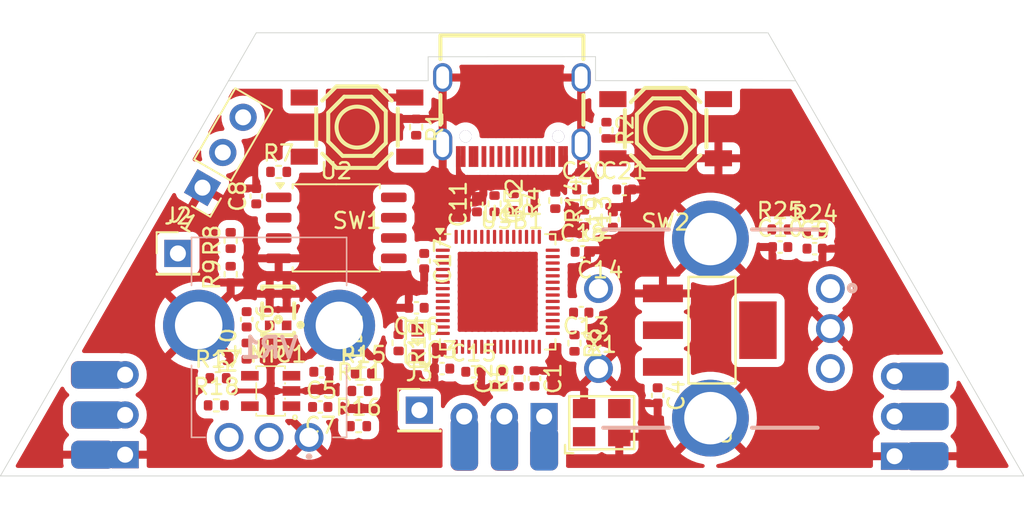
<source format=kicad_pcb>
(kicad_pcb (version 20240108) (generator "pcbnew") (generator_version "8.0")
  (layers (0 "F.Cu" signal) (31 "B.Cu" signal) (34 "B.Paste" user) (35 "F.Paste" user) (36 "B.SilkS" user "B.Silkscreen") (37 "F.SilkS" user "F.Silkscreen") (38 "B.Mask" user) (39 "F.Mask" user) (44 "Edge.Cuts" user))
  (net 0 "")
  (net 1 "BOARD_ID_0")
  (net 2 "Net-(X1-OSC2)")
  (net 6 "XIN")
  (net 7 "3V3")
  (net 8 "+5V")
  (net 9 "Net-(U5-VIN+)")
  (net 11 "MIC_RAW_OUT")
  (net 12 "Net-(C6-Pad2)")
  (net 13 "Net-(U5-VIN-)")
  (net 14 "MIC_ADC")
  (net 15 "/A")
  (net 16 "/B")
  (net 17 "Net-(U1-VREG_VOUT)")
  (net 18 "SWCLK")
  (net 19 "SWDIO")
  (net 21 "LED_OUT_1")
  (net 22 "LED_OUT_2")
  (net 23 "LED_OUT_3")
  (net 24 "Net-(LED1-K)")
  (net 29 "Net-(USB1-CC2)")
  (net 30 "Net-(USB1-CC1)")
  (net 31 "Net-(U1-USB_DP)")
  (net 35 "USB_DP")
  (net 36 "USB_DM")
  (net 37 "Net-(U1-USB_DM)")
  (net 38 "XOUT")
  (net 39 "QSPI_SS")
  (net 40 "Net-(SW1-B)")
  (net 41 "Net-(R15-Pad1)")
  (net 42 "Net-(R17-Pad1)")
  (net 43 "ENC_A")
  (net 44 "ENC_B")
  (net 45 "BUTTON")
  (net 47 "QSPI_SD3")
  (net 48 "QSPI_SP0")
  (net 49 "QSPI_SD2")
  (net 50 "POT_ADC")
  (net 51 "QSPI_CLK")
  (net 52 "ENC_SW")
  (net 53 "QSPI_SP1")
  (net 56 "STATUS_LED")
  (net 59 "ADC_VREF")
  (net 60 "Net-(SW2-D)")
  (footprint "easyeda2kicad:SW-SMD_4P-L5.1-W5.1-P3.70-LS6.5-TL-2" (layer "F.Cu") (at 224.6 97.5 180)
    (property "Reference" "SW2" (at 0 -5.85 0) (layer "F.SilkS"))
    (property "Value" "TS-1187A-B-A-B")
    (pad "1" smd rect (at -3.3 -1.85 180) (size 1.7 1) (layers "F.Cu" "F.Paste" "F.Mask") (net 1 "BOARD_ID_0"))
    (pad "2" smd rect (at 3.3 -1.85 180) (size 1.7 1) (layers "F.Cu" "F.Paste" "F.Mask") (net 1 "BOARD_ID_0"))
    (pad "3" smd rect (at -3.3 1.85 180) (size 1.7 1) (layers "F.Cu" "F.Paste" "F.Mask"))
    (pad "4" smd rect (at 3.3 1.85 180) (size 1.7 1) (layers "F.Cu" "F.Paste" "F.Mask") (net 60 "Net-(SW2-D)"))
  )
  (footprint "Resistor_SMD:R_0402_1005Metric" (layer "F.Cu") (at 196.5 114.8)
    (property "Reference" "R18" (at 0 -1.17 0) (layer "F.SilkS"))
    (property "Value" "0")
    (pad "1" smd roundrect (at -0.51 0) (size 0.54 0.64) (layers "F.Cu" "F.Paste" "F.Mask") (net 13 "Net-(U5-VIN-)"))
    (pad "2" smd roundrect (at 0.51 0) (size 0.54 0.64) (layers "F.Cu" "F.Paste" "F.Mask") (net 42 "Net-(R17-Pad1)"))
  )
  (footprint "Resistor_SMD:R_0402_1005Metric" (layer "F.Cu") (at 205.4 116.1)
    (property "Reference" "R16" (at 0 -1.17 0) (layer "F.SilkS"))
    (property "Value" "0")
    (pad "1" smd roundrect (at -0.51 0) (size 0.54 0.64) (layers "F.Cu" "F.Paste" "F.Mask") (net 14 "MIC_ADC"))
    (pad "2" smd roundrect (at 0.51 0) (size 0.54 0.64) (layers "F.Cu" "F.Paste" "F.Mask") (net 41 "Net-(R15-Pad1)"))
  )
  (footprint "Resistor_SMD:R_0402_1005Metric" (layer "F.Cu") (at 200.4 100.2)
    (property "Reference" "R7" (at 0 -1.17 0) (layer "F.SilkS"))
    (property "Value" "1K")
    (pad "1" smd roundrect (at -0.51 0) (size 0.54 0.64) (layers "F.Cu" "F.Paste" "F.Mask") (net 39 "QSPI_SS"))
    (pad "2" smd roundrect (at 0.51 0) (size 0.54 0.64) (layers "F.Cu" "F.Paste" "F.Mask") (net 40 "Net-(SW1-B)"))
  )
  (footprint "Resistor_SMD:R_0402_1005Metric" (layer "F.Cu") (at 205.49 113.9)
    (property "Reference" "R11" (at 0 -1.17 0) (layer "F.SilkS"))
    (property "Value" "200k")
    (pad "1" smd roundrect (at -0.51 0) (size 0.54 0.64) (layers "F.Cu" "F.Paste" "F.Mask") (net 14 "MIC_ADC"))
    (pad "2" smd roundrect (at 0.51 0) (size 0.54 0.64) (layers "F.Cu" "F.Paste" "F.Mask") (net 13 "Net-(U5-VIN-)"))
  )
  (footprint "Package_SO:SOIC-8_5.23x5.23mm_P1.27mm" (layer "F.Cu") (at 204 103.7)
    (property "Reference" "U2" (at 0 -3.56 0) (layer "F.SilkS"))
    (property "Value" "W25Q32JVSS")
    (pad "1" smd roundrect (at -3.6 -1.905) (size 1.6 0.6) (layers "F.Cu" "F.Paste" "F.Mask") (net 39 "QSPI_SS"))
    (pad "2" smd roundrect (at -3.6 -0.635) (size 1.6 0.6) (layers "F.Cu" "F.Paste" "F.Mask") (net 53 "QSPI_SP1"))
    (pad "3" smd roundrect (at -3.6 0.635) (size 1.6 0.6) (layers "F.Cu" "F.Paste" "F.Mask") (net 49 "QSPI_SD2"))
    (pad "4" smd roundrect (at -3.6 1.905) (size 1.6 0.6) (layers "F.Cu" "F.Paste" "F.Mask") (net 1 "BOARD_ID_0"))
    (pad "5" smd roundrect (at 3.6 1.905) (size 1.6 0.6) (layers "F.Cu" "F.Paste" "F.Mask") (net 48 "QSPI_SP0"))
    (pad "6" smd roundrect (at 3.6 0.635) (size 1.6 0.6) (layers "F.Cu" "F.Paste" "F.Mask") (net 51 "QSPI_CLK"))
    (pad "7" smd roundrect (at 3.6 -0.635) (size 1.6 0.6) (layers "F.Cu" "F.Paste" "F.Mask") (net 47 "QSPI_SD3"))
    (pad "8" smd roundrect (at 3.6 -1.905) (size 1.6 0.6) (layers "F.Cu" "F.Paste" "F.Mask") (net 7 "3V3"))
  )
  (footprint "Capacitor_SMD:C_0402_1005Metric" (layer "F.Cu") (at 216.3 102.02 90)
    (property "Reference" "C12" (at 0 -1.16 90) (layer "F.SilkS"))
    (property "Value" "1uF")
    (pad "1" smd roundrect (at -0.48 0 90) (size 0.56 0.62) (layers "F.Cu" "F.Paste" "F.Mask") (net 7 "3V3"))
    (pad "2" smd roundrect (at 0.48 0 90) (size 0.56 0.62) (layers "F.Cu" "F.Paste" "F.Mask") (net 1 "BOARD_ID_0"))
  )
  (footprint "Resistor_SMD:R_0402_1005Metric" (layer "F.Cu") (at 219.5 103.11 -90)
    (property "Reference" "R13" (at 0 -1.17 90) (layer "F.SilkS"))
    (property "Value" "220")
    (pad "1" smd roundrect (at -0.51 0 270) (size 0.54 0.64) (layers "F.Cu" "F.Paste" "F.Mask") (net 7 "3V3"))
    (pad "2" smd roundrect (at 0.51 0 270) (size 0.54 0.64) (layers "F.Cu" "F.Paste" "F.Mask") (net 59 "ADC_VREF"))
  )
  (footprint "Capacitor_SMD:C_0402_1005Metric" (layer "F.Cu") (at 221.3 103.18 90)
    (property "Reference" "C19" (at 0 -1.16 90) (layer "F.SilkS"))
    (property "Value" "2.2uF")
    (pad "1" smd roundrect (at -0.48 0 90) (size 0.56 0.62) (layers "F.Cu" "F.Paste" "F.Mask") (net 59 "ADC_VREF"))
    (pad "2" smd roundrect (at 0.48 0 90) (size 0.56 0.62) (layers "F.Cu" "F.Paste" "F.Mask") (net 1 "BOARD_ID_0"))
  )
  (footprint "Resistor_SMD:R_0402_1005Metric" (layer "F.Cu") (at 197.4 106.61 90)
    (property "Reference" "R9" (at 0 -1.17 90) (layer "F.SilkS"))
    (property "Value" "10K")
    (pad "1" smd roundrect (at -0.51 0 90) (size 0.54 0.64) (layers "F.Cu" "F.Paste" "F.Mask") (net 1 "BOARD_ID_0"))
    (pad "2" smd roundrect (at 0.51 0 90) (size 0.54 0.64) (layers "F.Cu" "F.Paste" "F.Mask") (net 9 "Net-(U5-VIN+)"))
  )
  (footprint "easyeda2kicad:MIC-SMD_4P-L2.8-W1.9-P1.84-TL" (layer "F.Cu") (at 200.37 108.81 180)
    (property "Reference" "MIC1" (at 0 -2.8 0) (layer "F.SilkS"))
    (property "Value" "ZTS6216")
    (pad "1" smd rect (at -0.53 -0.99 180) (size 0.6 0.6) (layers "F.Cu" "F.Paste" "F.Mask") (net 11 "MIC_RAW_OUT"))
    (pad "2" smd rect (at -0.53 0.99 180) (size 0.6 0.6) (layers "F.Cu" "F.Paste" "F.Mask") (net 1 "BOARD_ID_0"))
    (pad "3" smd rect (at 0.53 0.99 180) (size 0.6 0.6) (layers "F.Cu" "F.Paste" "F.Mask") (net 1 "BOARD_ID_0"))
    (pad "4" smd rect (at 0.53 -0.99 180) (size 0.6 0.6) (layers "F.Cu" "F.Paste" "F.Mask") (net 7 "3V3"))
  )
  (footprint "Capacitor_SMD:C_0402_1005Metric" (layer "F.Cu") (at 199 101.72 90)
    (property "Reference" "C8" (at 0 -1.16 90) (layer "F.SilkS"))
    (property "Value" "10uF")
    (pad "1" smd roundrect (at -0.48 0 90) (size 0.56 0.62) (layers "F.Cu" "F.Paste" "F.Mask") (net 7 "3V3"))
    (pad "2" smd roundrect (at 0.48 0 90) (size 0.56 0.62) (layers "F.Cu" "F.Paste" "F.Mask") (net 1 "BOARD_ID_0"))
  )
  (footprint "easyeda2kicad:LED0603-RD" (layer "F.Cu") (at 209.1 110.9 90)
    (property "Reference" "LED1" (at 0 -4 90) (layer "F.SilkS"))
    (property "Value" "KT-0603R")
    (pad "1" smd rect (at -0.8 0 180) (size 0.8 0.8) (layers "F.Cu" "F.Paste" "F.Mask") (net 24 "Net-(LED1-K)"))
    (pad "2" smd rect (at 0.8 0 180) (size 0.8 0.8) (layers "F.Cu" "F.Paste" "F.Mask") (net 56 "STATUS_LED"))
  )
  (footprint "Resistor_SMD:R_0402_1005Metric" (layer "F.Cu") (at 217.7 101.99 -90)
    (property "Reference" "R14" (at 0 -1.17 90) (layer "F.SilkS"))
    (property "Value" "0")
    (pad "1" smd roundrect (at -0.51 0 270) (size 0.54 0.64) (layers "F.Cu" "F.Paste" "F.Mask") (net 7 "3V3"))
    (pad "2" smd roundrect (at 0.51 0 270) (size 0.54 0.64) (layers "F.Cu" "F.Paste" "F.Mask") (net 59 "ADC_VREF"))
  )
  (footprint "Capacitor_SMD:C_0402_1005Metric" (layer "F.Cu") (at 219.42 105.2)
    (property "Reference" "C18" (at 0 -1.16 0) (layer "F.SilkS"))
    (property "Value" "100nF")
    (pad "1" smd roundrect (at -0.48 0) (size 0.56 0.62) (layers "F.Cu" "F.Paste" "F.Mask") (net 7 "3V3"))
    (pad "2" smd roundrect (at 0.48 0) (size 0.56 0.62) (layers "F.Cu" "F.Paste" "F.Mask") (net 1 "BOARD_ID_0"))
  )
  (footprint "Capacitor_SMD:C_0402_1005Metric" (layer "F.Cu") (at 203 114.9 180)
    (property "Reference" "C7" (at 0 -1.16 0) (layer "F.SilkS"))
    (property "Value" "33pF")
    (pad "1" smd roundrect (at -0.48 0 180) (size 0.56 0.62) (layers "F.Cu" "F.Paste" "F.Mask") (net 13 "Net-(U5-VIN-)"))
    (pad "2" smd roundrect (at 0.48 0 180) (size 0.56 0.62) (layers "F.Cu" "F.Paste" "F.Mask") (net 14 "MIC_ADC"))
  )
  (footprint "Capacitor_SMD:C_0402_1005Metric" (layer "F.Cu") (at 210.62 112.5)
    (property "Reference" "C3" (at 0 -1.16 0) (layer "F.SilkS"))
    (property "Value" "10uF")
    (pad "1" smd roundrect (at -0.48 0) (size 0.56 0.62) (layers "F.Cu" "F.Paste" "F.Mask") (net 1 "BOARD_ID_0"))
    (pad "2" smd roundrect (at 0.48 0) (size 0.56 0.62) (layers "F.Cu" "F.Paste" "F.Mask") (net 7 "3V3"))
  )
  (footprint "Capacitor_SMD:C_0402_1005Metric" (layer "F.Cu") (at 198.4 109.42 -90)
    (property "Reference" "C6" (at 0 -1.16 90) (layer "F.SilkS"))
    (property "Value" "2.2uF")
    (pad "1" smd roundrect (at -0.48 0 270) (size 0.56 0.62) (layers "F.Cu" "F.Paste" "F.Mask") (net 11 "MIC_RAW_OUT"))
    (pad "2" smd roundrect (at 0.48 0 270) (size 0.56 0.62) (layers "F.Cu" "F.Paste" "F.Mask") (net 12 "Net-(C6-Pad2)"))
  )
  (footprint "Resistor_SMD:R_0402_1005Metric" (layer "F.Cu") (at 213.9 102.19 -90)
    (property "Reference" "R3" (at 0 -1.17 90) (layer "F.SilkS"))
    (property "Value" "22")
    (pad "1" smd roundrect (at -0.51 0 270) (size 0.54 0.64) (layers "F.Cu" "F.Paste" "F.Mask") (net 35 "USB_DP"))
    (pad "2" smd roundrect (at 0.51 0 270) (size 0.54 0.64) (layers "F.Cu" "F.Paste" "F.Mask") (net 31 "Net-(U1-USB_DP)"))
  )
  (footprint "Capacitor_SMD:C_0402_1005Metric" (layer "F.Cu") (at 203.08 112.7 180)
    (property "Reference" "C5" (at 0 -1.16 0) (layer "F.SilkS"))
    (property "Value" "1uF")
    (pad "1" smd roundrect (at -0.48 0 180) (size 0.56 0.62) (layers "F.Cu" "F.Paste" "F.Mask") (net 1 "BOARD_ID_0"))
    (pad "2" smd roundrect (at 0.48 0 180) (size 0.56 0.62) (layers "F.Cu" "F.Paste" "F.Mask") (net 9 "Net-(U5-VIN+)"))
  )
  (footprint "easyeda2kicad:OSC-SMD_4P-L3.2-W2.5-BL" (layer "F.Cu") (at 220.6 115.88)
    (property "Reference" "X1" (at 0 -4.88 0) (layer "F.SilkS"))
    (property "Value" "X322512MSB4SI")
    (pad "1" smd rect (at -1.1 0.88) (size 1.4 1.2) (layers "F.Cu" "F.Paste" "F.Mask") (net 6 "XIN"))
    (pad "2" smd rect (at 1.1 0.88) (size 1.4 1.2) (layers "F.Cu" "F.Paste" "F.Mask") (net 1 "BOARD_ID_0"))
    (pad "3" smd rect (at 1.1 -0.88) (size 1.4 1.2) (layers "F.Cu" "F.Paste" "F.Mask") (net 2 "Net-(X1-OSC2)"))
    (pad "4" smd rect (at -1.1 -0.88) (size 1.4 1.2) (layers "F.Cu" "F.Paste" "F.Mask") (net 1 "BOARD_ID_0"))
  )
  (footprint "easyeda2kicad:SOT-23-5_L3.0-W1.7-P0.95-LS2.8-BR" (layer "F.Cu") (at 199.9 113.9)
    (property "Reference" "U5" (at 0 -2.6 0) (layer "F.SilkS"))
    (property "Value" "MCP6001T-I/OT")
    (pad "1" smd rect (at 1.3 0.95) (size 1.1 0.6) (layers "F.Cu" "F.Paste" "F.Mask") (net 14 "MIC_ADC"))
    (pad "2" smd rect (at 1.3 0) (size 1.1 0.6) (layers "F.Cu" "F.Paste" "F.Mask") (net 1 "BOARD_ID_0"))
    (pad "3" smd rect (at 1.3 -0.95) (size 1.1 0.6) (layers "F.Cu" "F.Paste" "F.Mask") (net 9 "Net-(U5-VIN+)"))
    (pad "4" smd rect (at -1.3 -0.95) (size 1.1 0.6) (layers "F.Cu" "F.Paste" "F.Mask") (net 13 "Net-(U5-VIN-)"))
    (pad "5" smd rect (at -1.3 0.95) (size 1.1 0.6) (layers "F.Cu" "F.Paste" "F.Mask") (net 7 "3V3"))
  )
  (footprint "Resistor_SMD:R_0402_1005Metric" (layer "F.Cu") (at 207.9 110.89 -90)
    (property "Reference" "R12" (at 0 -1.17 90) (layer "F.SilkS"))
    (property "Value" "220")
    (pad "1" smd roundrect (at -0.51 0 270) (size 0.54 0.64) (layers "F.Cu" "F.Paste" "F.Mask") (net 1 "BOARD_ID_0"))
    (pad "2" smd roundrect (at 0.51 0 270) (size 0.54 0.64) (layers "F.Cu" "F.Paste" "F.Mask") (net 24 "Net-(LED1-K)"))
  )
  (footprint "Capacitor_SMD:C_0402_1005Metric" (layer "F.Cu") (at 212.58 112.7)
    (property "Reference" "C15" (at 0 -1.16 0) (layer "F.SilkS"))
    (property "Value" "100nF")
    (pad "1" smd roundrect (at -0.48 0) (size 0.56 0.62) (layers "F.Cu" "F.Paste" "F.Mask") (net 7 "3V3"))
    (pad "2" smd roundrect (at 0.48 0) (size 0.56 0.62) (layers "F.Cu" "F.Paste" "F.Mask") (net 1 "BOARD_ID_0"))
  )
  (footprint "Resistor_SMD:R_0402_1005Metric" (layer "F.Cu") (at 215.4 113.11 90)
    (property "Reference" "R5" (at 0 -1.17 90) (layer "F.SilkS"))
    (property "Value" "1K")
    (pad "1" smd roundrect (at -0.51 0 90) (size 0.54 0.64) (layers "F.Cu" "F.Paste" "F.Mask") (net 2 "Net-(X1-OSC2)"))
    (pad "2" smd roundrect (at 0.51 0 90) (size 0.54 0.64) (layers "F.Cu" "F.Paste" "F.Mask") (net 38 "XOUT"))
  )
  (footprint "Capacitor_SMD:C_0402_1005Metric" (layer "F.Cu") (at 233.92 105)
    (property "Reference" "C9" (at 0 -1.16 0) (layer "F.SilkS"))
    (property "Value" "0.1uF")
    (pad "1" smd roundrect (at -0.48 0) (size 0.56 0.62) (layers "F.Cu" "F.Paste" "F.Mask") (net 15 "/A"))
    (pad "2" smd roundrect (at 0.48 0) (size 0.56 0.62) (layers "F.Cu" "F.Paste" "F.Mask") (net 1 "BOARD_ID_0"))
  )
  (footprint "mouser:ledstrip_3pin_withpins" (layer "F.Cu") (at 242.4125 115.48 180)
    (property "Reference" "LEDS3" (hide yes))
    (property "Value" "ledstrip_3pin_10mm" (hide yes))
    (pad "1" connect roundrect (at 1.5 -2.5 180) (size 2.75 1.75) (layers "F.Cu" "F.Mask") (net 1 "BOARD_ID_0"))
    (pad "1" connect roundrect (at 1.5 -2.5 180) (size 2.75 1.75) (layers "B.Cu" "B.Mask") (net 1 "BOARD_ID_0"))
    (pad "1" thru_hole rect (at 3.5 -2.5) (size 1.7 1.7) (drill 1) (layers "*.Cu" "*.Mask") (net 1 "BOARD_ID_0"))
    (pad "2" connect roundrect (at 1.796351 -0.01951 180) (size 3.375 1.71) (layers "B.Cu" "B.Mask") (net 23 "LED_OUT_3"))
    (pad "2" connect roundrect (at 1.8125 -0.02 180) (size 3.375 1.71) (layers "F.Cu" "F.Mask") (net 23 "LED_OUT_3"))
    (pad "2" thru_hole oval (at 3.5 -0.015) (size 1.7 1.7) (drill 1) (layers "*.Cu" "*.Mask") (net 23 "LED_OUT_3"))
    (pad "3" connect roundrect (at 1.796351 2.491457 180) (size 3.375 1.725) (layers "B.Cu" "B.Mask") (net 8 "+5V"))
    (pad "3" connect roundrect (at 1.8125 2.4875 180) (size 3.375 1.725) (layers "F.Cu" "F.Mask") (net 8 "+5V"))
    (pad "3" thru_hole oval (at 3.5 2.5) (size 1.7 1.7) (drill 1) (layers "*.Cu" "*.Mask") (net 8 "+5V"))
  )
  (footprint "Resistor_SMD:R_0402_1005Metric" (layer "F.Cu") (at 209 97.4 -90)
    (property "Reference" "R1" (at 0 -1.17 90) (layer "F.SilkS"))
    (property "Value" "5.1K")
    (pad "1" smd roundrect (at -0.51 0 270) (size 0.54 0.64) (layers "F.Cu" "F.Paste" "F.Mask") (net 1 "BOARD_ID_0"))
    (pad "2" smd roundrect (at 0.51 0 270) (size 0.54 0.64) (layers "F.Cu" "F.Paste" "F.Mask") (net 29 "Net-(USB1-CC2)"))
  )
  (footprint "Capacitor_SMD:C_0402_1005Metric" (layer "F.Cu") (at 216.4 113.12 -90)
    (property "Reference" "C1" (at 0 -1.16 90) (layer "F.SilkS"))
    (property "Value" "15pF")
    (pad "1" smd roundrect (at -0.48 0 270) (size 0.56 0.62) (layers "F.Cu" "F.Paste" "F.Mask") (net 1 "BOARD_ID_0"))
    (pad "2" smd roundrect (at 0.48 0 270) (size 0.56 0.62) (layers "F.Cu" "F.Paste" "F.Mask") (net 2 "Net-(X1-OSC2)"))
  )
  (footprint "Resistor_SMD:R_0402_1005Metric" (layer "F.Cu") (at 198.4 111.41 90)
    (property "Reference" "R10" (at 0 -1.17 90) (layer "F.SilkS"))
    (property "Value" "3.3k")
    (pad "1" smd roundrect (at -0.51 0 90) (size 0.54 0.64) (layers "F.Cu" "F.Paste" "F.Mask") (net 13 "Net-(U5-VIN-)"))
    (pad "2" smd roundrect (at 0.51 0 90) (size 0.54 0.64) (layers "F.Cu" "F.Paste" "F.Mask") (net 12 "Net-(C6-Pad2)"))
  )
  (footprint "Resistor_SMD:R_0402_1005Metric" (layer "F.Cu") (at 205.69 112.8)
    (property "Reference" "R15" (at 0 -1.17 0) (layer "F.SilkS"))
    (property "Value" "100k")
    (pad "1" smd roundrect (at -0.51 0) (size 0.54 0.64) (layers "F.Cu" "F.Paste" "F.Mask") (net 41 "Net-(R15-Pad1)"))
    (pad "2" smd roundrect (at 0.51 0) (size 0.54 0.64) (layers "F.Cu" "F.Paste" "F.Mask") (net 13 "Net-(U5-VIN-)"))
  )
  (footprint "Package_DFN_QFN:QFN-56-1EP_7x7mm_P0.4mm_EP3.2x3.2mm" (layer "F.Cu") (at 214.1 107.7)
    (property "Reference" "U1" (at 0 -4.83 0) (layer "F.SilkS"))
    (property "Value" "RP2040")
    (pad "1" smd roundrect (at -3.4375 -2.6) (size 0.875 0.2) (layers "F.Cu" "F.Paste" "F.Mask") (net 7 "3V3"))
    (pad "2" smd roundrect (at -3.4375 -2.2) (size 0.875 0.2) (layers "F.Cu" "F.Paste" "F.Mask") (net 1 "BOARD_ID_0"))
    (pad "3" smd roundrect (at -3.4375 -1.8) (size 0.875 0.2) (layers "F.Cu" "F.Paste" "F.Mask") (net 1 "BOARD_ID_0"))
    (pad "4" smd roundrect (at -3.4375 -1.4) (size 0.875 0.2) (layers "F.Cu" "F.Paste" "F.Mask") (net 1 "BOARD_ID_0"))
    (pad "5" smd roundrect (at -3.4375 -1) (size 0.875 0.2) (layers "F.Cu" "F.Paste" "F.Mask") (net 1 "BOARD_ID_0"))
    (pad "6" smd roundrect (at -3.4375 -0.6) (size 0.875 0.2) (layers "F.Cu" "F.Paste" "F.Mask") (net 1 "BOARD_ID_0"))
    (pad "7" smd roundrect (at -3.4375 -0.2) (size 0.875 0.2) (layers "F.Cu" "F.Paste" "F.Mask"))
    (pad "8" smd roundrect (at -3.4375 0.2) (size 0.875 0.2) (layers "F.Cu" "F.Paste" "F.Mask"))
    (pad "9" smd roundrect (at -3.4375 0.6) (size 0.875 0.2) (layers "F.Cu" "F.Paste" "F.Mask"))
    (pad "10" smd roundrect (at -3.4375 1) (size 0.875 0.2) (layers "F.Cu" "F.Paste" "F.Mask") (net 7 "3V3"))
    (pad "11" smd roundrect (at -3.4375 1.4) (size 0.875 0.2) (layers "F.Cu" "F.Paste" "F.Mask"))
    (pad "12" smd roundrect (at -3.4375 1.8) (size 0.875 0.2) (layers "F.Cu" "F.Paste" "F.Mask"))
    (pad "13" smd roundrect (at -3.4375 2.2) (size 0.875 0.2) (layers "F.Cu" "F.Paste" "F.Mask") (net 56 "STATUS_LED"))
    (pad "14" smd roundrect (at -3.4375 2.6) (size 0.875 0.2) (layers "F.Cu" "F.Paste" "F.Mask"))
    (pad "15" smd roundrect (at -2.6 3.4375) (size 0.2 0.875) (layers "F.Cu" "F.Paste" "F.Mask"))
    (pad "16" smd roundrect (at -2.2 3.4375) (size 0.2 0.875) (layers "F.Cu" "F.Paste" "F.Mask"))
    (pad "17" smd roundrect (at -1.8 3.4375) (size 0.2 0.875) (layers "F.Cu" "F.Paste" "F.Mask") (net 21 "LED_OUT_1"))
    (pad "18" smd roundrect (at -1.4 3.4375) (size 0.2 0.875) (layers "F.Cu" "F.Paste" "F.Mask") (net 22 "LED_OUT_2"))
    (pad "19" smd roundrect (at -1 3.4375) (size 0.2 0.875) (layers "F.Cu" "F.Paste" "F.Mask") (net 1 "BOARD_ID_0"))
    (pad "20" smd roundrect (at -0.6 3.4375) (size 0.2 0.875) (layers "F.Cu" "F.Paste" "F.Mask") (net 6 "XIN"))
    (pad "21" smd roundrect (at -0.2 3.4375) (size 0.2 0.875) (layers "F.Cu" "F.Paste" "F.Mask") (net 38 "XOUT"))
    (pad "22" smd roundrect (at 0.2 3.4375) (size 0.2 0.875) (layers "F.Cu" "F.Paste" "F.Mask") (net 7 "3V3"))
    (pad "23" smd roundrect (at 0.6 3.4375) (size 0.2 0.875) (layers "F.Cu" "F.Paste" "F.Mask") (net 17 "Net-(U1-VREG_VOUT)"))
    (pad "24" smd roundrect (at 1 3.4375) (size 0.2 0.875) (layers "F.Cu" "F.Paste" "F.Mask") (net 18 "SWCLK"))
    (pad "25" smd roundrect (at 1.4 3.4375) (size 0.2 0.875) (layers "F.Cu" "F.Paste" "F.Mask") (net 19 "SWDIO"))
    (pad "26" smd roundrect (at 1.8 3.4375) (size 0.2 0.875) (layers "F.Cu" "F.Paste" "F.Mask") (net 60 "Net-(SW2-D)"))
    (pad "27" smd roundrect (at 2.2 3.4375) (size 0.2 0.875) (layers "F.Cu" "F.Paste" "F.Mask") (net 23 "LED_OUT_3"))
    (pad "28" smd roundrect (at 2.6 3.4375) (size 0.2 0.875) (layers "F.Cu" "F.Paste" "F.Mask"))
    (pad "29" smd roundrect (at 3.4375 2.6) (size 0.875 0.2) (layers "F.Cu" "F.Paste" "F.Mask"))
    (pad "30" smd roundrect (at 3.4375 2.2) (size 0.875 0.2) (layers "F.Cu" "F.Paste" "F.Mask"))
    (pad "31" smd roundrect (at 3.4375 1.8) (size 0.875 0.2) (layers "F.Cu" "F.Paste" "F.Mask"))
    (pad "32" smd roundrect (at 3.4375 1.4) (size 0.875 0.2) (layers "F.Cu" "F.Paste" "F.Mask"))
    (pad "33" smd roundrect (at 3.4375 1) (size 0.875 0.2) (layers "F.Cu" "F.Paste" "F.Mask") (net 7 "3V3"))
    (pad "34" smd roundrect (at 3.4375 0.6) (size 0.875 0.2) (layers "F.Cu" "F.Paste" "F.Mask") (net 45 "BUTTON"))
    (pad "35" smd roundrect (at 3.4375 0.2) (size 0.875 0.2) (layers "F.Cu" "F.Paste" "F.Mask") (net 43 "ENC_A"))
    (pad "36" smd roundrect (at 3.4375 -0.2) (size 0.875 0.2) (layers "F.Cu" "F.Paste" "F.Mask") (net 44 "ENC_B"))
    (pad "37" smd roundrect (at 3.4375 -0.6) (size 0.875 0.2) (layers "F.Cu" "F.Paste" "F.Mask") (net 52 "ENC_SW"))
    (pad "38" smd roundrect (at 3.4375 -1) (size 0.875 0.2) (layers "F.Cu" "F.Paste" "F.Mask") (net 14 "MIC_ADC"))
    (pad "39" smd roundrect (at 3.4375 -1.4) (size 0.875 0.2) (layers "F.Cu" "F.Paste" "F.Mask") (net 50 "POT_ADC"))
    (pad "40" smd roundrect (at 3.4375 -1.8) (size 0.875 0.2) (layers "F.Cu" "F.Paste" "F.Mask"))
    (pad "41" smd roundrect (at 3.4375 -2.2) (size 0.875 0.2) (layers "F.Cu" "F.Paste" "F.Mask"))
    (pad "42" smd roundrect (at 3.4375 -2.6) (size 0.875 0.2) (layers "F.Cu" "F.Paste" "F.Mask") (net 7 "3V3"))
    (pad "43" smd roundrect (at 2.6 -3.4375) (size 0.2 0.875) (layers "F.Cu" "F.Paste" "F.Mask") (net 59 "ADC_VREF"))
    (pad "44" smd roundrect (at 2.2 -3.4375) (size 0.2 0.875) (layers "F.Cu" "F.Paste" "F.Mask") (net 7 "3V3"))
    (pad "45" smd roundrect (at 1.8 -3.4375) (size 0.2 0.875) (layers "F.Cu" "F.Paste" "F.Mask") (net 17 "Net-(U1-VREG_VOUT)"))
    (pad "46" smd roundrect (at 1.4 -3.4375) (size 0.2 0.875) (layers "F.Cu" "F.Paste" "F.Mask") (net 37 "Net-(U1-USB_DM)"))
    (pad "47" smd roundrect (at 1 -3.4375) (size 0.2 0.875) (layers "F.Cu" "F.Paste" "F.Mask") (net 31 "Net-(U1-USB_DP)"))
    (pad "48" smd roundrect (at 0.6 -3.4375) (size 0.2 0.875) (layers "F.Cu" "F.Paste" "F.Mask") (net 7 "3V3"))
    (pad "49" smd roundrect (at 0.2 -3.4375) (size 0.2 0.875) (layers "F.Cu" "F.Paste" "F.Mask") (net 7 "3V3"))
    (pad "50" smd roundrect (at -0.2 -3.4375) (size 0.2 0.875) (layers "F.Cu" "F.Paste" "F.Mask") (net 17 "Net-(U1-VREG_VOUT)"))
    (pad "51" smd roundrect (at -0.6 -3.4375) (size 0.2 0.875) (layers "F.Cu" "F.Paste" "F.Mask") (net 47 "QSPI_SD3"))
    (pad "52" smd roundrect (at -1 -3.4375) (size 0.2 0.875) (layers "F.Cu" "F.Paste" "F.Mask") (net 51 "QSPI_CLK"))
    (pad "53" smd roundrect (at -1.4 -3.4375) (size 0.2 0.875) (layers "F.Cu" "F.Paste" "F.Mask") (net 48 "QSPI_SP0"))
    (pad "54" smd roundrect (at -1.8 -3.4375) (size 0.2 0.875) (layers "F.Cu" "F.Paste" "F.Mask") (net 49 "QSPI_SD2"))
    (pad "55" smd roundrect (at -2.2 -3.4375) (size 0.2 0.875) (layers "F.Cu" "F.Paste" "F.Mask") (net 53 "QSPI_SP1"))
    (pad "56" smd roundrect (at -2.6 -3.4375) (size 0.2 0.875) (layers "F.Cu" "F.Paste" "F.Mask") (net 39 "QSPI_SS"))
    (pad "57" smd rect (at 0 0) (size 3.2 3.2) (property pad_prop_heatsink) (layers "F.Cu" "F.Mask") (net 1 "BOARD_ID_0"))
  )
  (footprint "Connector_PinHeader_2.54mm:PinHeader_1x01_P2.54mm_Vertical" (layer "F.Cu") (at 209.2 115.1)
    (property "Reference" "J3" (at 0 -2.33 0) (layer "F.SilkS"))
    (property "Value" "Conn_01x01_Pin")
    (pad "1" thru_hole rect (at 0 0) (size 1.7 1.7) (drill 1) (layers "*.Cu" "*.Mask") (net 14 "MIC_ADC"))
  )
  (footprint "Resistor_SMD:R_0402_1005Metric" (layer "F.Cu") (at 218.9 110.91 -90)
    (property "Reference" "R6" (at 0 -1.17 90) (layer "F.SilkS"))
    (property "Value" "10K")
    (pad "1" smd roundrect (at -0.51 0 270) (size 0.54 0.64) (layers "F.Cu" "F.Paste" "F.Mask") (net 7 "3V3"))
    (pad "2" smd roundrect (at 0.51 0 270) (size 0.54 0.64) (layers "F.Cu" "F.Paste" "F.Mask") (net 60 "Net-(SW2-D)"))
  )
  (footprint "Capacitor_SMD:C_0402_1005Metric" (layer "F.Cu") (at 212.8 102.22 90)
    (property "Reference" "C11" (at 0 -1.16 90) (layer "F.SilkS"))
    (property "Value" "1uF")
    (pad "1" smd roundrect (at -0.48 0 90) (size 0.56 0.62) (layers "F.Cu" "F.Paste" "F.Mask") (net 17 "Net-(U1-VREG_VOUT)"))
    (pad "2" smd roundrect (at 0.48 0 90) (size 0.56 0.62) (layers "F.Cu" "F.Paste" "F.Mask") (net 1 "BOARD_ID_0"))
  )
  (footprint "Capacitor_SMD:C_0402_1005Metric" (layer "F.Cu") (at 209.02 108.7 180)
    (property "Reference" "C16" (at 0 -1.16 0) (layer "F.SilkS"))
    (property "Value" "100nF")
    (pad "1" smd roundrect (at -0.48 0 180) (size 0.56 0.62) (layers "F.Cu" "F.Paste" "F.Mask") (net 7 "3V3"))
    (pad "2" smd roundrect (at 0.48 0 180) (size 0.56 0.62) (layers "F.Cu" "F.Paste" "F.Mask") (net 1 "BOARD_ID_0"))
  )
  (footprint "easyeda2kicad:SOT-223-3_L6.5-W3.4-P2.30-LS7.0-BR" (layer "F.Cu") (at 227.4 110.1 180)
    (property "Reference" "U3" (at -0.45 -6.5 0) (layer "F.SilkS"))
    (property "Value" "AMS1117-3.3")
    (pad "1" smd rect (at 2.97 2.3 180) (size 2.5 1.1) (layers "F.Cu" "F.Paste" "F.Mask") (net 1 "BOARD_ID_0"))
    (pad "2" smd rect (at 2.97 0 180) (size 2.5 1.1) (layers "F.Cu" "F.Paste" "F.Mask") (net 7 "3V3"))
    (pad "3" smd rect (at 2.97 -2.3 180) (size 2.5 1.1) (layers "F.Cu" "F.Paste" "F.Mask") (net 8 "+5V"))
    (pad "4" smd rect (at -2.97 0 180) (size 2.34 3.6) (layers "F.Cu" "F.Paste" "F.Mask") (net 7 "3V3"))
  )
  (footprint "Capacitor_SMD:C_0402_1005Metric" (layer "F.Cu") (at 224.1 114.18 -90)
    (property "Reference" "C4" (at 0 -1.16 90) (layer "F.SilkS"))
    (property "Value" "10uF")
    (pad "1" smd roundrect (at -0.48 0 270) (size 0.56 0.62) (layers "F.Cu" "F.Paste" "F.Mask") (net 8 "+5V"))
    (pad "2" smd roundrect (at 0.48 0 270) (size 0.56 0.62) (layers "F.Cu" "F.Paste" "F.Mask") (net 1 "BOARD_ID_0"))
  )
  (footprint "Resistor_SMD:R_0402_1005Metric" (layer "F.Cu") (at 215.1 102.09 -90)
    (property "Reference" "R4" (at 0 -1.17 90) (layer "F.SilkS"))
    (property "Value" "22")
    (pad "1" smd roundrect (at -0.51 0 270) (size 0.54 0.64) (layers "F.Cu" "F.Paste" "F.Mask") (net 36 "USB_DM"))
    (pad "2" smd roundrect (at 0.51 0 270) (size 0.54 0.64) (layers "F.Cu" "F.Paste" "F.Mask") (net 37 "Net-(U1-USB_DM)"))
  )
  (footprint "Capacitor_SMD:C_0402_1005Metric" (layer "F.Cu") (at 219.32 109)
    (property "Reference" "C13" (at 0.3 0.84 0) (layer "F.SilkS"))
    (property "Value" "100nF")
    (pad "1" smd roundrect (at -0.48 0) (size 0.56 0.62) (layers "F.Cu" "F.Paste" "F.Mask") (net 7 "3V3"))
    (pad "2" smd roundrect (at 0.48 0) (size 0.56 0.62) (layers "F.Cu" "F.Paste" "F.Mask") (net 1 "BOARD_ID_0"))
  )
  (footprint "Resistor_SMD:R_0402_1005Metric" (layer "F.Cu") (at 197.4 104.49 90)
    (property "Reference" "R8" (at 0 -1.17 90) (layer "F.SilkS"))
    (property "Value" "10K")
    (pad "1" smd roundrect (at -0.51 0 90) (size 0.54 0.64) (layers "F.Cu" "F.Paste" "F.Mask") (net 9 "Net-(U5-VIN+)"))
    (pad "2" smd roundrect (at 0.51 0 90) (size 0.54 0.64) (layers "F.Cu" "F.Paste" "F.Mask") (net 7 "3V3"))
  )
  (footprint "Resistor_SMD:R_0402_1005Metric" (layer "F.Cu") (at 233.93 104)
    (property "Reference" "R24" (at 0 -1.17 0) (layer "F.SilkS"))
    (property "Value" "10k")
    (pad "1" smd roundrect (at -0.51 0) (size 0.54 0.64) (layers "F.Cu" "F.Paste" "F.Mask") (net 43 "ENC_A"))
    (pad "2" smd roundrect (at 0.51 0) (size 0.54 0.64) (layers "F.Cu" "F.Paste" "F.Mask") (net 15 "/A"))
  )
  (footprint "Resistor_SMD:R_0402_1005Metric" (layer "F.Cu") (at 196.61 113.1)
    (property "Reference" "R17" (at 0 -1.17 0) (layer "F.SilkS"))
    (property "Value" "10k")
    (pad "1" smd roundrect (at -0.51 0) (size 0.54 0.64) (layers "F.Cu" "F.Paste" "F.Mask") (net 42 "Net-(R17-Pad1)"))
    (pad "2" smd roundrect (at 0.51 0) (size 0.54 0.64) (layers "F.Cu" "F.Paste" "F.Mask") (net 12 "Net-(C6-Pad2)"))
  )
  (footprint "Resistor_SMD:R_0402_1005Metric" (layer "F.Cu") (at 220.9 97.6 -90)
    (property "Reference" "R2" (at 0 -1.17 90) (layer "F.SilkS"))
    (property "Value" "5.1K")
    (pad "1" smd roundrect (at -0.51 0 270) (size 0.54 0.64) (layers "F.Cu" "F.Paste" "F.Mask") (net 30 "Net-(USB1-CC1)"))
    (pad "2" smd roundrect (at 0.51 0 270) (size 0.54 0.64) (layers "F.Cu" "F.Paste" "F.Mask") (net 1 "BOARD_ID_0"))
  )
  (footprint "Capacitor_SMD:C_0402_1005Metric" (layer "F.Cu") (at 220.5 107.5)
    (property "Reference" "C14" (at 0 -1.16 0) (layer "F.SilkS"))
    (property "Value" "100nF")
    (pad "1" smd roundrect (at -0.48 0) (size 0.56 0.62) (layers "F.Cu" "F.Paste" "F.Mask") (net 7 "3V3"))
    (pad "2" smd roundrect (at 0.48 0) (size 0.56 0.62) (layers "F.Cu" "F.Paste" "F.Mask") (net 1 "BOARD_ID_0"))
  )
  (footprint "Capacitor_SMD:C_0402_1005Metric" (layer "F.Cu") (at 214.4 113.12 90)
    (property "Reference" "C2" (at 0 -1.16 90) (layer "F.SilkS"))
    (property "Value" "15pF")
    (pad "1" smd roundrect (at -0.48 0 90) (size 0.56 0.62) (layers "F.Cu" "F.Paste" "F.Mask") (net 1 "BOARD_ID_0"))
    (pad "2" smd roundrect (at 0.48 0 90) (size 0.56 0.62) (layers "F.Cu" "F.Paste" "F.Mask") (net 6 "XIN"))
  )
  (footprint "easyeda2kicad:USB-C_SMD-TYPE-C-31-M-12" (layer "F.Cu") (at 214.986529 96.77 180)
    (property "Reference" "USB1" (at 0 -6.47 0) (layer "F.SilkS"))
    (property "Value" "USB-TYPE-C-018")
    (pad "" thru_hole circle (at -2.9 -1.21 180) (size 0.75 0.75) (drill 0.75) (layers "*.Cu" "*.Mask"))
    (pad "" thru_hole circle (at 2.9 -1.21 180) (size 0.75 0.75) (drill 0.75) (layers "*.Cu" "*.Mask"))
    (pad "0" thru_hole oval (at -4.33 -1.71 180) (size 1.2 2) (drill oval 0.799998 1.600022) (layers "*.Cu" "*.Mask") (net 1 "BOARD_ID_0"))
    (pad "1" thru_hole oval (at 4.33 -1.71 180) (size 1.2 2) (drill oval 0.799998 1.599971) (layers "*.Cu" "*.Mask") (net 1 "BOARD_ID_0"))
    (pad "2" thru_hole oval (at 4.33 2.47 180) (size 1.2 1.8) (drill oval 0.799998 1.399997) (layers "*.Cu" "*.Mask") (net 1 "BOARD_ID_0"))
    (pad "3" thru_hole oval (at -4.33 2.47 180) (size 1.2 1.8) (drill oval 0.799998 1.399997) (layers "*.Cu" "*.Mask") (net 1 "BOARD_ID_0"))
    (pad "A1" smd rect (at -3.35 -2.47 180) (size 0.3 1.3) (layers "F.Cu" "F.Paste" "F.Mask") (net 1 "BOARD_ID_0"))
    (pad "A4" smd rect (at -2.55 -2.47 180) (size 0.3 1.3) (layers "F.Cu" "F.Paste" "F.Mask") (net 8 "+5V"))
    (pad "A5" smd rect (at -1.25 -2.47 180) (size 0.3 1.3) (layers "F.Cu" "F.Paste" "F.Mask") (net 30 "Net-(USB1-CC1)"))
    (pad "A6" smd rect (at -0.25 -2.47 180) (size 0.3 1.3) (layers "F.Cu" "F.Paste" "F.Mask") (net 35 "USB_DP"))
    (pad "A7" smd rect (at 0.25 -2.47 180) (size 0.3 1.3) (layers "F.Cu" "F.Paste" "F.Mask") (net 36 "USB_DM"))
    (pad "A8" smd rect (at 1.25 -2.47 180) (size 0.3 1.3) (layers "F.Cu" "F.Paste" "F.Mask"))
    (pad "A9" smd rect (at 2.55 -2.47 180) (size 0.3 1.3) (layers "F.Cu" "F.Paste" "F.Mask") (net 8 "+5V"))
    (pad "A12" smd rect (at 3.35 -2.47 180) (size 0.3 1.3) (layers "F.Cu" "F.Paste" "F.Mask") (net 1 "BOARD_ID_0"))
    (pad "B1" smd rect (at 3.05 -2.47 180) (size 0.3 1.3) (layers "F.Cu" "F.Paste" "F.Mask") (net 1 "BOARD_ID_0"))
    (pad "B4" smd rect (at 2.25 -2.47 180) (size 0.3 1.3) (layers "F.Cu" "F.Paste" "F.Mask") (net 8 "+5V"))
    (pad "B5" smd rect (at 1.75 -2.47 180) (size 0.3 1.3) (layers "F.Cu" "F.Paste" "F.Mask") (net 29 "Net-(USB1-CC2)"))
    (pad "B6" smd rect (at 0.75 -2.47 180) (size 0.3 1.3) (layers "F.Cu" "F.Paste" "F.Mask") (net 35 "USB_DP"))
    (pad "B7" smd rect (at -0.75 -2.47 180) (size 0.3 1.3) (layers "F.Cu" "F.Paste" "F.Mask") (net 36 "USB_DM"))
    (pad "B8" smd rect (at -1.75 -2.47 180) (size 0.3 1.3) (layers "F.Cu" "F.Paste" "F.Mask"))
    (pad "B9" smd rect (at -2.25 -2.47 180) (size 0.3 1.3) (layers "F.Cu" "F.Paste" "F.Mask") (net 8 "+5V"))
    (pad "B12" smd rect (at -3.05 -2.47 180) (size 0.3 1.3) (layers "F.Cu" "F.Paste" "F.Mask") (net 1 "BOARD_ID_0"))
  )
  (footprint "Connector_PinHeader_2.54mm:PinHeader_1x01_P2.54mm_Vertical" (layer "F.Cu") (at 194.1 105.3)
    (property "Reference" "J2" (at 0 -2.33 0) (layer "F.SilkS"))
    (property "Value" "Conn_01x01_Pin")
    (pad "1" thru_hole rect (at 0 0) (size 1.7 1.7) (drill 1) (layers "*.Cu" "*.Mask") (net 11 "MIC_RAW_OUT"))
  )
  (footprint "Resistor_SMD:R_0402_1005Metric" (layer "F.Cu") (at 231.75 103.8)
    (property "Reference" "R25" (at 0 -1.17 0) (layer "F.SilkS"))
    (property "Value" "10k")
    (pad "1" smd roundrect (at -0.51 0) (size 0.54 0.64) (layers "F.Cu" "F.Paste" "F.Mask") (net 44 "ENC_B"))
    (pad "2" smd roundrect (at 0.51 0) (size 0.54 0.64) (layers "F.Cu" "F.Paste" "F.Mask") (net 16 "/B"))
  )
  (footprint "Connector_PinHeader_2.54mm:PinHeader_1x03_P2.54mm_Vertical" (layer "F.Cu") (at 195.6375 101.186714 150)
    (property "Reference" "J1" (at 0 -2.33 150) (layer "F.SilkS"))
    (property "Value" "Conn_01x03")
    (pad "1" thru_hole rect (at 0 0 150) (size 1.7 1.7) (drill 1) (layers "*.Cu" "*.Mask") (net 1 "BOARD_ID_0"))
    (pad "2" thru_hole oval (at 0 2.54 150) (size 1.7 1.7) (drill 1) (layers "*.Cu" "*.Mask") (net 19 "SWDIO"))
    (pad "3" thru_hole oval (at 0 5.08 150) (size 1.7 1.7) (drill 1) (layers "*.Cu" "*.Mask") (net 18 "SWCLK"))
  )
  (footprint "Capacitor_SMD:C_0402_1005Metric" (layer "F.Cu") (at 219.52 101.3)
    (property "Reference" "C20" (at 0 -1.16 0) (layer "F.SilkS"))
    (property "Value" "100nF")
    (pad "1" smd roundrect (at -0.48 0) (size 0.56 0.62) (layers "F.Cu" "F.Paste" "F.Mask") (net 17 "Net-(U1-VREG_VOUT)"))
    (pad "2" smd roundrect (at 0.48 0) (size 0.56 0.62) (layers "F.Cu" "F.Paste" "F.Mask") (net 1 "BOARD_ID_0"))
  )
  (footprint "easyeda2kicad:SW-SMD_4P-L5.1-W5.1-P3.70-LS6.5-TL-2" (layer "F.Cu") (at 205.3 97.4 180)
    (property "Reference" "SW1" (at 0 -5.85 0) (layer "F.SilkS"))
    (property "Value" "TS-1187A-B-A-B")
    (pad "1" smd rect (at -3.3 -1.85 180) (size 1.7 1) (layers "F.Cu" "F.Paste" "F.Mask") (net 45 "BUTTON"))
    (pad "2" smd rect (at 3.3 -1.85 180) (size 1.7 1) (layers "F.Cu" "F.Paste" "F.Mask") (net 40 "Net-(SW1-B)"))
    (pad "3" smd rect (at -3.3 1.85 180) (size 1.7 1) (layers "F.Cu" "F.Paste" "F.Mask") (net 1 "BOARD_ID_0"))
    (pad "4" smd rect (at 3.3 1.85 180) (size 1.7 1) (layers "F.Cu" "F.Paste" "F.Mask"))
  )
  (footprint "Capacitor_SMD:C_0402_1005Metric" (layer "F.Cu") (at 209.5 105.78 -90)
    (property "Reference" "C17" (at 0 -1.16 90) (layer "F.SilkS"))
    (property "Value" "100nF")
    (pad "1" smd roundrect (at -0.48 0 270) (size 0.56 0.62) (layers "F.Cu" "F.Paste" "F.Mask") (net 7 "3V3"))
    (pad "2" smd roundrect (at 0.48 0 270) (size 0.56 0.62) (layers "F.Cu" "F.Paste" "F.Mask") (net 1 "BOARD_ID_0"))
  )
  (footprint "Capacitor_SMD:C_0402_1005Metric" (layer "F.Cu") (at 222.02 101.3)
    (property "Reference" "C21" (at 0 -1.16 0) (layer "F.SilkS"))
    (property "Value" "100nF")
    (pad "1" smd roundrect (at -0.48 0) (size 0.56 0.62) (layers "F.Cu" "F.Paste" "F.Mask") (net 17 "Net-(U1-VREG_VOUT)"))
    (pad "2" smd roundrect (at 0.48 0) (size 0.56 0.62) (layers "F.Cu" "F.Paste" "F.Mask") (net 1 "BOARD_ID_0"))
  )
  (footprint "Capacitor_SMD:C_0402_1005Metric" (layer "F.Cu") (at 231.76 104.9)
    (property "Reference" "C10" (at 0 -1.16 0) (layer "F.SilkS"))
    (property "Value" "0.1uF")
    (pad "1" smd roundrect (at -0.48 0) (size 0.56 0.62) (layers "F.Cu" "F.Paste" "F.Mask") (net 1 "BOARD_ID_0"))
    (pad "2" smd roundrect (at 0.48 0) (size 0.56 0.62) (layers "F.Cu" "F.Paste" "F.Mask") (net 16 "/B"))
  )
  (footprint "mouser:ledstrip_3pin_withpins" (layer "B.Cu") (at 214.5 119 90)
    (property "Reference" "LEDS2" (hide yes))
    (property "Value" "ledstrip_3pin_10mm" (hide yes))
    (pad "1" connect roundrect (at 1.5 2.5 90) (size 2.75 1.75) (layers "F.Cu" "F.Mask") (net 1 "BOARD_ID_0"))
    (pad "1" connect roundrect (at 1.5 2.5 90) (size 2.75 1.75) (layers "B.Cu" "B.Mask") (net 1 "BOARD_ID_0"))
    (pad "1" thru_hole rect (at 3.5 2.5 270) (size 1.7 1.7) (drill 1) (layers "*.Cu" "*.Mask") (net 1 "BOARD_ID_0"))
    (pad "2" connect roundrect (at 1.796351 0.01951 90) (size 3.375 1.71) (layers "F.Cu" "F.Mask") (net 22 "LED_OUT_2"))
    (pad "2" connect roundrect (at 1.8125 0.02 90) (size 3.375 1.71) (layers "B.Cu" "B.Mask") (net 22 "LED_OUT_2"))
    (pad "2" thru_hole oval (at 3.5 0.015 270) (size 1.7 1.7) (drill 1) (layers "*.Cu" "*.Mask") (net 22 "LED_OUT_2"))
    (pad "3" connect roundrect (at 1.796351 -2.491457 90) (size 3.375 1.725) (layers "F.Cu" "F.Mask") (net 8 "+5V"))
    (pad "3" connect roundrect (at 1.8125 -2.4875 90) (size 3.375 1.725) (layers "B.Cu" "B.Mask") (net 8 "+5V"))
    (pad "3" thru_hole oval (at 3.5 -2.5 270) (size 1.7 1.7) (drill 1) (layers "*.Cu" "*.Mask") (net 8 "+5V"))
  )
  (footprint "mouser:PEC12R-4XXXF-SXXXX_court" (layer "B.Cu") (at 227.4 110 -90)
    (property "Reference" "U7" (hide yes))
    (property "Value" "PEC12R-4215F-S0024" (hide yes))
    (pad "1" thru_hole circle (at -2.5 -7.5 270) (size 1.8 1.8) (drill 1.2) (layers "*.Cu" "*.Mask") (net 15 "/A"))
    (pad "2" thru_hole circle (at 2.5 -7.5 270) (size 1.8 1.8) (drill 1.2) (layers "*.Cu" "*.Mask") (net 16 "/B"))
    (pad "3" thru_hole circle (at 0 -7.5 270) (size 1.8 1.8) (drill 1.2) (layers "*.Cu" "*.Mask") (net 1 "BOARD_ID_0"))
    (pad "4" thru_hole circle (at -2.5 7 270) (size 1.8 1.8) (drill 1.2) (layers "*.Cu" "*.Mask") (net 52 "ENC_SW"))
    (pad "5" thru_hole circle (at 2.5 7 270) (size 1.8 1.8) (drill 1.2) (layers "*.Cu" "*.Mask") (net 1 "BOARD_ID_0"))
    (pad "6" thru_hole circle (at 5.6 0 270) (size 4.8 4.8) (drill 3.28) (layers "*.Cu" "*.Mask") (net 1 "BOARD_ID_0"))
    (pad "7" thru_hole circle (at -5.6 0 270) (size 4.8 4.8) (drill 3.28) (layers "*.Cu" "*.Mask") (net 1 "BOARD_ID_0"))
  )
  (footprint "mouser:ledstrip_3pin_withpins" (layer "B.Cu") (at 187.3 115.385)
    (property "Reference" "LEDS1" (hide yes))
    (property "Value" "ledstrip_3pin_10mm" (hide yes))
    (pad "1" connect roundrect (at 1.5 2.5) (size 2.75 1.75) (layers "F.Cu" "F.Mask") (net 1 "BOARD_ID_0"))
    (pad "1" connect roundrect (at 1.5 2.5) (size 2.75 1.75) (layers "B.Cu" "B.Mask") (net 1 "BOARD_ID_0"))
    (pad "1" thru_hole rect (at 3.5 2.5 180) (size 1.7 1.7) (drill 1) (layers "*.Cu" "*.Mask") (net 1 "BOARD_ID_0"))
    (pad "2" connect roundrect (at 1.796351 0.01951) (size 3.375 1.71) (layers "F.Cu" "F.Mask") (net 21 "LED_OUT_1"))
    (pad "2" connect roundrect (at 1.8125 0.02) (size 3.375 1.71) (layers "B.Cu" "B.Mask") (net 21 "LED_OUT_1"))
    (pad "2" thru_hole oval (at 3.5 0.015 180) (size 1.7 1.7) (drill 1) (layers "*.Cu" "*.Mask") (net 21 "LED_OUT_1"))
    (pad "3" connect roundrect (at 1.796351 -2.491457) (size 3.375 1.725) (layers "F.Cu" "F.Mask") (net 8 "+5V"))
    (pad "3" connect roundrect (at 1.8125 -2.4875) (size 3.375 1.725) (layers "B.Cu" "B.Mask") (net 8 "+5V"))
    (pad "3" thru_hole oval (at 3.5 -2.5 180) (size 1.7 1.7) (drill 1) (layers "*.Cu" "*.Mask") (net 8 "+5V"))
  )
  (footprint "mouser:PTV09A4020FB103" (layer "B.Cu") (at 199.8 111.2 180)
    (property "Reference" "VR1" (at 0 0 0) (layer "B.SilkS") (effects (font (size 1.27 1.27) (thickness 0.254)) (justify mirror)))
    (property "Value" "PTV09A-4020F-B104" (hide yes))
    (pad "1" thru_hole circle (at -2.5 -5.6 180) (size 1.8 1.8) (drill 1.2) (layers "*.Cu" "*.Mask") (net 1 "BOARD_ID_0"))
    (pad "2" thru_hole circle (at 0 -5.6 180) (size 1.8 1.8) (drill 1.2) (layers "*.Cu" "*.Mask") (net 50 "POT_ADC"))
    (pad "3" thru_hole circle (at 2.5 -5.6 180) (size 1.8 1.8) (drill 1.2) (layers "*.Cu" "*.Mask") (net 7 "3V3"))
    (pad "4" thru_hole circle (at -4.4 1.4 180) (size 4.46 4.46) (drill 2.9732) (layers "*.Cu" "*.Mask") (net 1 "BOARD_ID_0"))
    (pad "5" thru_hole circle (at 4.4 1.4 180) (size 4.46 4.46) (drill 2.9732) (layers "*.Cu" "*.Mask") (net 1 "BOARD_ID_0"))
  )
  (gr_line (start 209.75 93) (end 209.75 94.5) (stroke (width 0.05)) (layer "Edge.Cuts"))
  (gr_line (start 209.75 93) (end 220.21433 92.995407) (stroke (width 0.05)) (layer "Edge.Cuts"))
  (gr_line (start 183 119.212813) (end 199 91.5) (stroke (width 0.05)) (layer "Edge.Cuts"))
  (gr_line (start 183 119.212813) (end 247 119.212813) (stroke (width 0.05)) (layer "Edge.Cuts"))
  (gr_line (start 199 91.5) (end 231 91.5) (stroke (width 0.05)) (layer "Edge.Cuts"))
  (gr_line (start 220.21433 94.495407) (end 232.7 94.5) (stroke (width 0.05)) (layer "Edge.Cuts"))
  (gr_line (start 209.75 94.5) (end 197.25 94.5) (stroke (width 0.05)) (layer "Edge.Cuts"))
  (gr_line (start 220.21433 92.995407) (end 220.21433 94.495407) (stroke (width 0.05)) (layer "Edge.Cuts"))
  (gr_line (start 231 91.5) (end 247 119.212813) (stroke (width 0.05)) (layer "Edge.Cuts"))
  (zone (net 1) (net_name "BOARD_ID_0") (layer "F.Cu") (connect_pads (clearance 0.5)) (min_thickness 0.25) (fill yes (thermal_gap 0.5) (thermal_bridge_width 0.5) (island_removal_mode 1) (island_area_min 10))
    (polygon (pts (xy 209.8 93) (xy 220.2 93) (xy 220.2 94.5) (xy 232.7 94.5) (xy 247 119.2) (xy 183 119.2) (xy 197.3 94.5) (xy 209.7 94.5)))
  )
)
</source>
